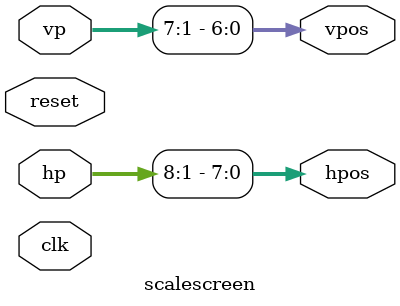
<source format=v>
module scalescreen(input clk, input reset, 
                   input [$clog2(HEIGHT)-1:0] vp, input [$clog2(WIDTH)-1:0] hp,
                   output [$clog2(HEIGHT)-SCALE:0] vpos, output [$clog2(WIDTH)-SCALE:0] hpos);
  parameter SCALE = 2, WIDTH = 320, HEIGHT = 240;

  assign vpos = vp[$clog2(HEIGHT)-1:SCALE-1];
  assign hpos = hp[$clog2(WIDTH)-1:SCALE-1];  
endmodule
</source>
